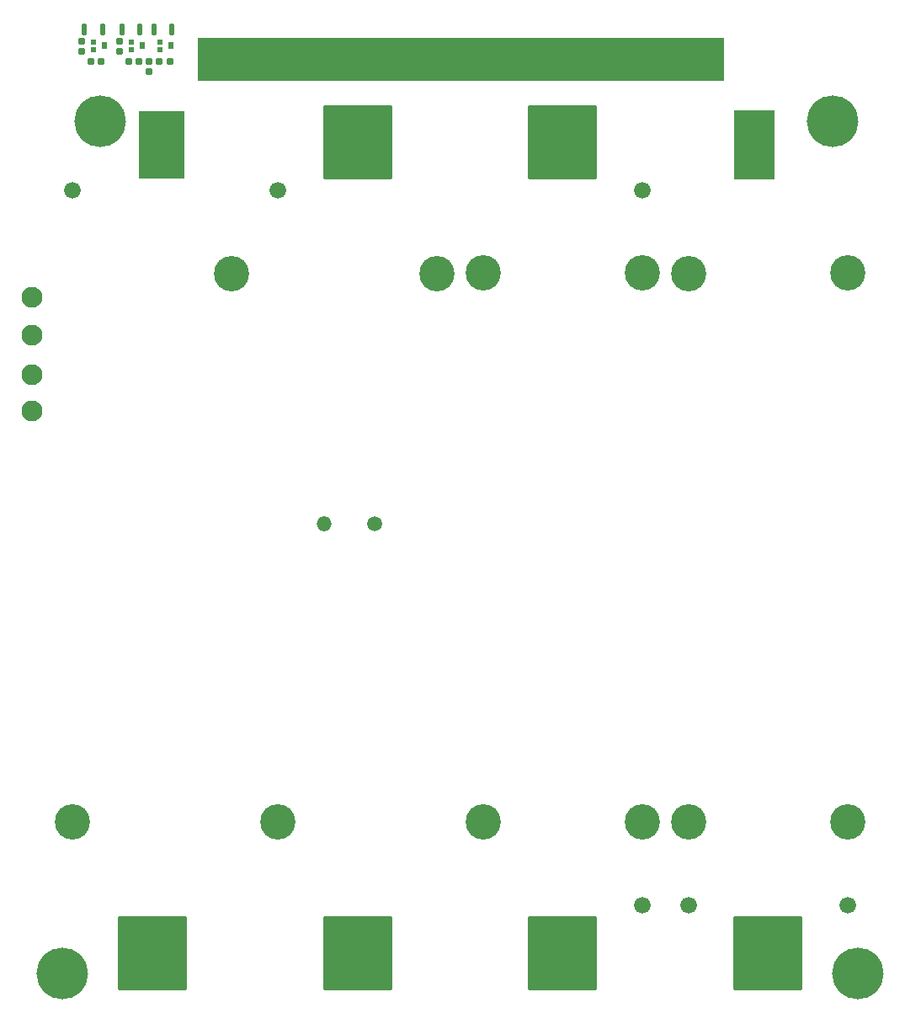
<source format=gbs>
%TF.GenerationSoftware,KiCad,Pcbnew,7.0.1*%
%TF.CreationDate,2023-06-20T19:29:40-04:00*%
%TF.ProjectId,batteryboard,62617474-6572-4796-926f-6172642e6b69,rev?*%
%TF.SameCoordinates,Original*%
%TF.FileFunction,Soldermask,Bot*%
%TF.FilePolarity,Negative*%
%FSLAX46Y46*%
G04 Gerber Fmt 4.6, Leading zero omitted, Abs format (unit mm)*
G04 Created by KiCad (PCBNEW 7.0.1) date 2023-06-20 19:29:40*
%MOMM*%
%LPD*%
G01*
G04 APERTURE LIST*
G04 Aperture macros list*
%AMRoundRect*
0 Rectangle with rounded corners*
0 $1 Rounding radius*
0 $2 $3 $4 $5 $6 $7 $8 $9 X,Y pos of 4 corners*
0 Add a 4 corners polygon primitive as box body*
4,1,4,$2,$3,$4,$5,$6,$7,$8,$9,$2,$3,0*
0 Add four circle primitives for the rounded corners*
1,1,$1+$1,$2,$3*
1,1,$1+$1,$4,$5*
1,1,$1+$1,$6,$7*
1,1,$1+$1,$8,$9*
0 Add four rect primitives between the rounded corners*
20,1,$1+$1,$2,$3,$4,$5,0*
20,1,$1+$1,$4,$5,$6,$7,0*
20,1,$1+$1,$6,$7,$8,$9,0*
20,1,$1+$1,$8,$9,$2,$3,0*%
%AMFreePoly0*
4,1,25,0.115149,2.428891,0.133461,2.421305,0.222677,2.361692,0.236692,2.347677,0.296305,2.258461,0.303891,2.240149,0.324824,2.134911,0.325800,2.125000,0.325800,-1.400000,0.310921,-1.435921,0.275000,-1.450800,-0.275000,-1.450800,-0.310921,-1.435921,-0.325800,-1.400000,-0.325800,2.125000,-0.324824,2.134911,-0.303891,2.240149,-0.296305,2.258461,-0.236692,2.347677,-0.222677,2.361692,
-0.133461,2.421305,-0.115149,2.428891,-0.009911,2.449824,0.009911,2.449824,0.115149,2.428891,0.115149,2.428891,$1*%
G04 Aperture macros list end*
%ADD10C,0.100000*%
%ADD11C,3.551600*%
%ADD12C,1.671600*%
%ADD13C,2.101600*%
%ADD14C,5.181600*%
%ADD15FreePoly0,0.000000*%
%ADD16C,1.501600*%
%ADD17O,1.501600X1.501600*%
%ADD18RoundRect,0.050800X3.400000X-3.650000X3.400000X3.650000X-3.400000X3.650000X-3.400000X-3.650000X0*%
%ADD19RoundRect,0.050800X-2.000000X3.400000X-2.000000X-3.400000X2.000000X-3.400000X2.000000X3.400000X0*%
%ADD20RoundRect,0.050800X-3.400000X3.650000X-3.400000X-3.650000X3.400000X-3.650000X3.400000X3.650000X0*%
%ADD21RoundRect,0.050800X2.250000X-3.350000X2.250000X3.350000X-2.250000X3.350000X-2.250000X-3.350000X0*%
%ADD22RoundRect,0.050800X0.185000X-0.500000X0.185000X0.500000X-0.185000X0.500000X-0.185000X-0.500000X0*%
%ADD23RoundRect,0.050800X-0.185000X0.500000X-0.185000X-0.500000X0.185000X-0.500000X0.185000X0.500000X0*%
%ADD24RoundRect,0.050800X-0.225000X-0.200000X0.225000X-0.200000X0.225000X0.200000X-0.225000X0.200000X0*%
%ADD25RoundRect,0.050800X-0.225000X-0.250000X0.225000X-0.250000X0.225000X0.250000X-0.225000X0.250000X0*%
%ADD26RoundRect,0.185800X0.185000X-0.135000X0.185000X0.135000X-0.185000X0.135000X-0.185000X-0.135000X0*%
%ADD27RoundRect,0.185800X-0.135000X-0.185000X0.135000X-0.185000X0.135000X0.185000X-0.135000X0.185000X0*%
G04 APERTURE END LIST*
%TO.C,P201*%
D10*
X124722220Y-49004353D02*
X71922220Y-49004353D01*
X71922220Y-44804353D01*
X124722220Y-44804353D01*
X124722220Y-49004353D01*
G36*
X124722220Y-49004353D02*
G01*
X71922220Y-49004353D01*
X71922220Y-44804353D01*
X124722220Y-44804353D01*
X124722220Y-49004353D01*
G37*
%TD*%
D11*
%TO.C,J103*%
X121273300Y-68450100D03*
X137273300Y-123650100D03*
D12*
X121273300Y-131980100D03*
%TD*%
D11*
%TO.C,J106*%
X116623100Y-123624700D03*
X100623100Y-68424700D03*
D12*
X116623100Y-60094700D03*
%TD*%
D13*
%TO.C,TP101*%
X55245000Y-74676000D03*
%TD*%
%TO.C,TP102*%
X55245000Y-78613000D03*
%TD*%
%TO.C,TP103*%
X55245000Y-82296000D03*
%TD*%
%TO.C,TP104*%
X55245000Y-70866000D03*
%TD*%
D14*
%TO.C,MH301*%
X62118400Y-53157200D03*
%TD*%
%TO.C,MH302*%
X135778400Y-53157200D03*
%TD*%
%TO.C,MH303*%
X138318400Y-138887200D03*
%TD*%
%TO.C,MH304*%
X58318400Y-138887200D03*
%TD*%
D15*
%TO.C,P201*%
X73122220Y-47404353D03*
X73922220Y-47404353D03*
X74722220Y-47404353D03*
X75522220Y-47404353D03*
X76322220Y-47404353D03*
X77122220Y-47404353D03*
X77922220Y-47404353D03*
X78722220Y-47404353D03*
X79522220Y-47404353D03*
X80322220Y-47404353D03*
X81122220Y-47404353D03*
X81922220Y-47404353D03*
X82722220Y-47404353D03*
X83522220Y-47404353D03*
X84322220Y-47404353D03*
X85122220Y-47404353D03*
X85922220Y-47404353D03*
X86722220Y-47404353D03*
X87522220Y-47404353D03*
X88322220Y-47404353D03*
X89122220Y-47404353D03*
X89922220Y-47404353D03*
X90722220Y-47404353D03*
X91522220Y-47404353D03*
X92322220Y-47404353D03*
X93122220Y-47404353D03*
X93922220Y-47404353D03*
X94722220Y-47404353D03*
X95522220Y-47404353D03*
X96322220Y-47404353D03*
X97122220Y-47404353D03*
X97922220Y-47404353D03*
X101922220Y-47404353D03*
X102722220Y-47404353D03*
X103522220Y-47404353D03*
X104322220Y-47404353D03*
X105122220Y-47404353D03*
X105922220Y-47404353D03*
X106722220Y-47404353D03*
X107522220Y-47404353D03*
X108322220Y-47404353D03*
X109122220Y-47404353D03*
X109922220Y-47404353D03*
X110722220Y-47404353D03*
X111522220Y-47404353D03*
X112322220Y-47404353D03*
X113122220Y-47404353D03*
X113922220Y-47404353D03*
X114722220Y-47404353D03*
X115522220Y-47404353D03*
X116322220Y-47404353D03*
X117122220Y-47404353D03*
X117922220Y-47404353D03*
X118722220Y-47404353D03*
X119522220Y-47404353D03*
X120322220Y-47404353D03*
X121122220Y-47404353D03*
X121922220Y-47404353D03*
X122722220Y-47404353D03*
X123522220Y-47404353D03*
%TD*%
D16*
%TO.C,TH1*%
X89739000Y-93599000D03*
D17*
X84659000Y-93599000D03*
%TD*%
D11*
%TO.C,J104*%
X79998300Y-123650100D03*
X95998300Y-68450100D03*
D12*
X79998300Y-60120100D03*
D18*
X87998300Y-136825100D03*
X87998300Y-55275100D03*
%TD*%
D11*
%TO.C,J101*%
X137273300Y-68424700D03*
X121273300Y-123624700D03*
D12*
X137273300Y-131954700D03*
D19*
X127873300Y-55499700D03*
D20*
X129273300Y-136799700D03*
%TD*%
D11*
%TO.C,J102*%
X116623100Y-68424700D03*
X100623100Y-123624700D03*
D12*
X116623100Y-131954700D03*
D20*
X108623100Y-55249700D03*
X108623100Y-136799700D03*
%TD*%
D11*
%TO.C,J105*%
X59348100Y-123650100D03*
X75348100Y-68450100D03*
D12*
X59348100Y-60120100D03*
D18*
X67348100Y-136825100D03*
D21*
X68273100Y-55575100D03*
%TD*%
D22*
%TO.C,D301*%
X62322181Y-43972480D03*
D23*
X60462181Y-43972480D03*
%TD*%
D22*
%TO.C,D302*%
X66122173Y-43972480D03*
D23*
X64262173Y-43972480D03*
%TD*%
D22*
%TO.C,D304*%
X69337991Y-43972480D03*
D23*
X67477991Y-43972480D03*
%TD*%
D24*
%TO.C,Q302*%
X65211000Y-45967600D03*
X65211000Y-45167600D03*
D25*
X66361000Y-45567600D03*
%TD*%
D24*
%TO.C,Q304*%
X68081200Y-45967600D03*
X68081200Y-45167600D03*
D25*
X69231200Y-45567600D03*
%TD*%
D26*
%TO.C,R302*%
X60198000Y-46179200D03*
X60198000Y-45159200D03*
%TD*%
%TO.C,R304*%
X64033400Y-46179200D03*
X64033400Y-45159200D03*
%TD*%
%TO.C,R308*%
X67030600Y-48135000D03*
X67030600Y-47115000D03*
%TD*%
D27*
%TO.C,R301*%
X61161200Y-47117000D03*
X62181200Y-47117000D03*
%TD*%
%TO.C,R303*%
X64971200Y-47117000D03*
X65991200Y-47117000D03*
%TD*%
%TO.C,R307*%
X68070000Y-47117000D03*
X69090000Y-47117000D03*
%TD*%
D24*
%TO.C,Q301*%
X61401000Y-45967600D03*
X61401000Y-45167600D03*
D25*
X62551000Y-45567600D03*
%TD*%
M02*

</source>
